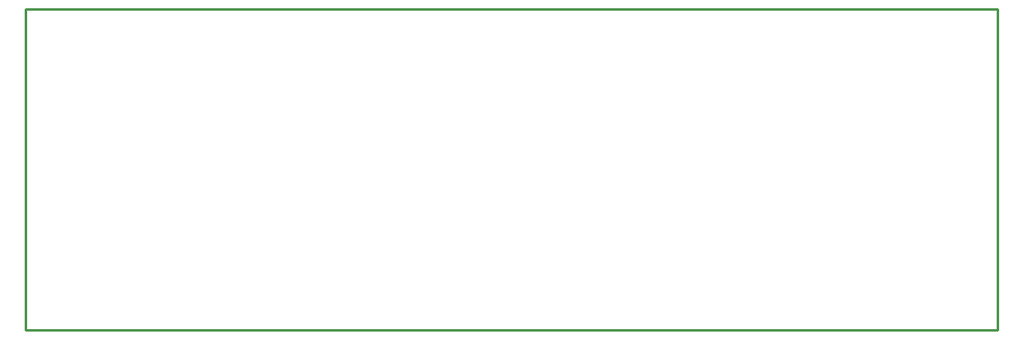
<source format=gko>
G04 Layer: BoardOutline*
G04 EasyEDA v6.1.41, Thu, 16 May 2019 00:08:59 GMT*
G04 b21515e386d141b59637374f5c53cbe5,dfa15b47affc40b8846523cd8aea0214,10*
G04 Gerber Generator version 0.2*
G04 Scale: 100 percent, Rotated: No, Reflected: No *
G04 Dimensions in millimeters *
G04 leading zeros omitted , absolute positions ,3 integer and 3 decimal *
%FSLAX33Y33*%
%MOMM*%
G90*
G71D02*

%ADD10C,0.254000*%
G54D10*
G01X0Y33000D02*
G01X100000Y33000D01*
G01X100000Y0D01*
G01X0Y0D01*
G01X0Y33000D01*

%LPD*%
M00*
M02*

</source>
